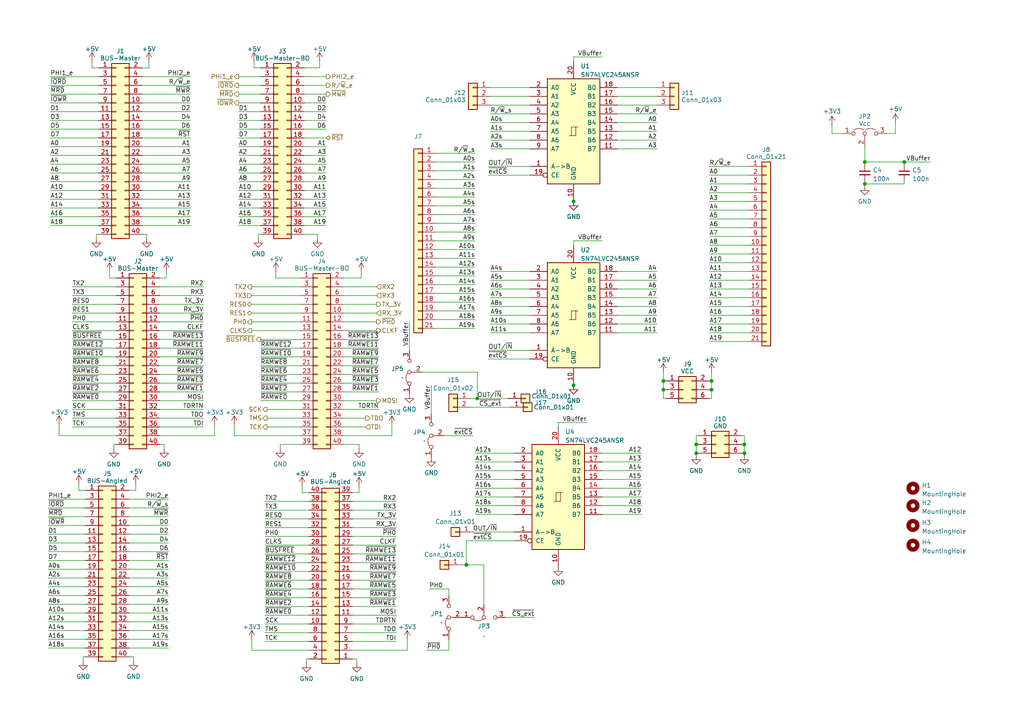
<source format=kicad_sch>
(kicad_sch (version 20230121) (generator eeschema)
  (paper "A4")
  (title_block (title "Unicomp v2 - Splitter Board") (date "2023-07-07") (rev "v1.0") (company "100% Offner") (comment 1 "v1.0: Initial"))
  (junction (at 250.825 53.34))
  (junction (at 206.375 113.03))
  (junction (at 201.93 131.445))
  (junction (at 192.405 113.03))
  (junction (at 206.375 110.49))
  (junction (at 192.405 110.49))
  (junction (at 215.9 128.905))
  (junction (at 201.93 128.905))
  (junction (at 135.255 163.83))
  (junction (at 166.37 111.76))
  (junction (at 138.43 115.57))
  (junction (at 262.255 46.99))
  (junction (at 215.9 131.445))
  (junction (at 166.37 58.42))
  (junction (at 250.825 46.99))
  (wire (pts (xy 88.265 24.765) (xy 94.615 24.765)))
  (wire (pts (xy 41.275 22.225) (xy 55.245 22.225)))
  (wire (pts (xy 76.835 180.975) (xy 89.535 180.975)))
  (wire (pts (xy 126.365 95.25) (xy 137.795 95.25)))
  (wire (pts (xy 142.24 83.82) (xy 153.67 83.82)))
  (wire (pts (xy 33.02 128.905) (xy 33.655 128.905)))
  (wire (pts (xy 14.605 42.545) (xy 28.575 42.545)))
  (wire (pts (xy 130.175 185.42) (xy 130.175 188.595)))
  (wire (pts (xy 186.055 136.525) (xy 174.625 136.525)))
  (wire (pts (xy 137.795 72.39) (xy 126.365 72.39)))
  (wire (pts (xy 69.215 60.325) (xy 75.565 60.325)))
  (wire (pts (xy 13.97 162.56) (xy 24.765 162.56)))
  (wire (pts (xy 137.795 136.525) (xy 149.225 136.525)))
  (wire (pts (xy 201.93 131.445) (xy 201.93 132.08)))
  (wire (pts (xy 76.835 150.495) (xy 89.535 150.495)))
  (wire (pts (xy 190.5 96.52) (xy 179.07 96.52)))
  (wire (pts (xy 118.11 185.42) (xy 118.11 188.595)))
  (wire (pts (xy 190.5 25.4) (xy 179.07 25.4)))
  (wire (pts (xy 46.355 85.725) (xy 59.055 85.725)))
  (wire (pts (xy 138.43 115.57) (xy 136.525 115.57)))
  (wire (pts (xy 13.97 154.94) (xy 24.765 154.94)))
  (wire (pts (xy 46.355 116.205) (xy 59.055 116.205)))
  (wire (pts (xy 48.26 78.74) (xy 48.26 80.645)))
  (wire (pts (xy 137.795 85.09) (xy 126.365 85.09)))
  (wire (pts (xy 140.335 175.26) (xy 140.335 163.83)))
  (wire (pts (xy 124.46 170.815) (xy 130.175 170.815)))
  (wire (pts (xy 92.075 69.215) (xy 92.075 67.945)))
  (wire (pts (xy 20.955 95.885) (xy 33.655 95.885)))
  (wire (pts (xy 76.835 155.575) (xy 89.535 155.575)))
  (wire (pts (xy 205.74 71.12) (xy 217.17 71.12)))
  (wire (pts (xy 102.235 158.115) (xy 114.935 158.115)))
  (wire (pts (xy 69.215 62.865) (xy 75.565 62.865)))
  (wire (pts (xy 102.235 147.955) (xy 114.935 147.955)))
  (wire (pts (xy 46.355 98.425) (xy 59.055 98.425)))
  (wire (pts (xy 37.465 170.18) (xy 48.895 170.18)))
  (wire (pts (xy 102.235 145.415) (xy 114.935 145.415)))
  (wire (pts (xy 137.795 52.07) (xy 126.365 52.07)))
  (wire (pts (xy 20.955 111.125) (xy 33.655 111.125)))
  (wire (pts (xy 37.465 165.1) (xy 48.895 165.1)))
  (wire (pts (xy 75.565 116.205) (xy 86.995 116.205)))
  (wire (pts (xy 37.465 152.4) (xy 48.895 152.4)))
  (wire (pts (xy 99.695 106.045) (xy 109.855 106.045)))
  (wire (pts (xy 142.24 88.9) (xy 153.67 88.9)))
  (wire (pts (xy 215.9 131.445) (xy 215.9 132.08)))
  (wire (pts (xy 262.255 46.99) (xy 269.875 46.99)))
  (wire (pts (xy 190.5 78.74) (xy 179.07 78.74)))
  (wire (pts (xy 14.605 29.845) (xy 28.575 29.845)))
  (wire (pts (xy 137.795 80.01) (xy 126.365 80.01)))
  (wire (pts (xy 192.405 113.03) (xy 192.405 115.57)))
  (wire (pts (xy 104.14 142.875) (xy 102.235 142.875)))
  (wire (pts (xy 102.235 160.655) (xy 114.935 160.655)))
  (wire (pts (xy 26.67 19.685) (xy 28.575 19.685)))
  (wire (pts (xy 37.465 157.48) (xy 48.895 157.48)))
  (wire (pts (xy 41.275 29.845) (xy 55.245 29.845)))
  (wire (pts (xy 27.94 67.945) (xy 28.575 67.945)))
  (wire (pts (xy 14.605 40.005) (xy 28.575 40.005)))
  (wire (pts (xy 215.9 126.365) (xy 215.9 128.905)))
  (wire (pts (xy 137.795 139.065) (xy 149.225 139.065)))
  (wire (pts (xy 205.74 99.06) (xy 217.17 99.06)))
  (wire (pts (xy 122.555 107.95) (xy 138.43 107.95)))
  (wire (pts (xy 39.37 140.335) (xy 39.37 142.24)))
  (wire (pts (xy 205.74 115.57) (xy 206.375 115.57)))
  (wire (pts (xy 14.605 60.325) (xy 28.575 60.325)))
  (wire (pts (xy 46.355 103.505) (xy 59.055 103.505)))
  (wire (pts (xy 205.74 73.66) (xy 217.17 73.66)))
  (wire (pts (xy 125.095 111.76) (xy 125.095 120.015)))
  (wire (pts (xy 76.835 145.415) (xy 89.535 145.415)))
  (wire (pts (xy 99.695 126.365) (xy 113.665 126.365)))
  (wire (pts (xy 174.625 146.685) (xy 186.055 146.685)))
  (wire (pts (xy 137.795 54.61) (xy 126.365 54.61)))
  (wire (pts (xy 102.235 180.975) (xy 114.935 180.975)))
  (wire (pts (xy 81.28 130.175) (xy 81.28 128.905)))
  (wire (pts (xy 69.215 50.165) (xy 75.565 50.165)))
  (wire (pts (xy 88.9 192.405) (xy 88.9 191.135)))
  (wire (pts (xy 13.97 170.18) (xy 24.765 170.18)))
  (wire (pts (xy 205.74 83.82) (xy 217.17 83.82)))
  (wire (pts (xy 259.715 35.56) (xy 259.715 38.735)))
  (wire (pts (xy 92.71 17.78) (xy 92.71 19.685)))
  (wire (pts (xy 205.74 91.44) (xy 217.17 91.44)))
  (wire (pts (xy 76.835 186.055) (xy 89.535 186.055)))
  (wire (pts (xy 20.955 98.425) (xy 33.655 98.425)))
  (wire (pts (xy 42.545 67.945) (xy 41.275 67.945)))
  (wire (pts (xy 76.835 183.515) (xy 89.535 183.515)))
  (wire (pts (xy 41.275 32.385) (xy 55.245 32.385)))
  (wire (pts (xy 41.275 42.545) (xy 55.245 42.545)))
  (wire (pts (xy 99.695 85.725) (xy 109.22 85.725)))
  (wire (pts (xy 102.235 183.515) (xy 114.935 183.515)))
  (wire (pts (xy 37.465 162.56) (xy 48.895 162.56)))
  (wire (pts (xy 88.265 50.165) (xy 94.615 50.165)))
  (wire (pts (xy 142.24 27.94) (xy 153.67 27.94)))
  (wire (pts (xy 13.97 185.42) (xy 24.765 185.42)))
  (wire (pts (xy 137.795 77.47) (xy 126.365 77.47)))
  (wire (pts (xy 20.955 123.825) (xy 33.655 123.825)))
  (wire (pts (xy 41.275 40.005) (xy 55.245 40.005)))
  (wire (pts (xy 205.74 76.2) (xy 217.17 76.2)))
  (wire (pts (xy 76.835 178.435) (xy 89.535 178.435)))
  (wire (pts (xy 102.235 178.435) (xy 114.935 178.435)))
  (wire (pts (xy 192.405 113.03) (xy 193.04 113.03)))
  (wire (pts (xy 76.835 147.955) (xy 89.535 147.955)))
  (wire (pts (xy 190.5 43.18) (xy 179.07 43.18)))
  (wire (pts (xy 13.97 152.4) (xy 24.765 152.4)))
  (wire (pts (xy 13.97 149.86) (xy 24.765 149.86)))
  (wire (pts (xy 31.75 80.645) (xy 33.655 80.645)))
  (wire (pts (xy 75.565 108.585) (xy 86.995 108.585)))
  (wire (pts (xy 215.9 128.905) (xy 215.9 131.445)))
  (wire (pts (xy 41.275 27.305) (xy 55.245 27.305)))
  (wire (pts (xy 37.465 175.26) (xy 48.895 175.26)))
  (wire (pts (xy 205.74 60.96) (xy 217.17 60.96)))
  (wire (pts (xy 137.795 49.53) (xy 126.365 49.53)))
  (wire (pts (xy 99.695 108.585) (xy 109.855 108.585)))
  (wire (pts (xy 205.74 53.34) (xy 217.17 53.34)))
  (wire (pts (xy 123.825 188.595) (xy 130.175 188.595)))
  (wire (pts (xy 192.405 110.49) (xy 192.405 113.03)))
  (wire (pts (xy 192.405 107.95) (xy 192.405 110.49)))
  (wire (pts (xy 102.235 163.195) (xy 114.935 163.195)))
  (wire (pts (xy 46.355 123.825) (xy 59.055 123.825)))
  (wire (pts (xy 88.265 45.085) (xy 94.615 45.085)))
  (wire (pts (xy 76.835 160.655) (xy 89.535 160.655)))
  (wire (pts (xy 205.74 86.36) (xy 217.17 86.36)))
  (wire (pts (xy 174.625 16.51) (xy 166.37 16.51)))
  (wire (pts (xy 186.055 141.605) (xy 174.625 141.605)))
  (wire (pts (xy 88.265 62.865) (xy 94.615 62.865)))
  (wire (pts (xy 206.375 110.49) (xy 205.74 110.49)))
  (wire (pts (xy 77.47 121.285) (xy 86.995 121.285)))
  (wire (pts (xy 46.355 88.265) (xy 59.055 88.265)))
  (wire (pts (xy 104.775 80.645) (xy 99.695 80.645)))
  (wire (pts (xy 133.985 163.83) (xy 135.255 163.83)))
  (wire (pts (xy 14.605 24.765) (xy 28.575 24.765)))
  (wire (pts (xy 46.355 126.365) (xy 62.23 126.365)))
  (wire (pts (xy 205.74 66.04) (xy 217.17 66.04)))
  (wire (pts (xy 20.955 116.205) (xy 33.655 116.205)))
  (wire (pts (xy 87.63 142.875) (xy 89.535 142.875)))
  (wire (pts (xy 137.795 62.23) (xy 126.365 62.23)))
  (wire (pts (xy 102.235 188.595) (xy 118.11 188.595)))
  (wire (pts (xy 88.265 55.245) (xy 94.615 55.245)))
  (wire (pts (xy 102.235 153.035) (xy 114.935 153.035)))
  (wire (pts (xy 41.275 57.785) (xy 55.245 57.785)))
  (wire (pts (xy 76.835 153.035) (xy 89.535 153.035)))
  (wire (pts (xy 37.465 185.42) (xy 48.895 185.42)))
  (wire (pts (xy 75.565 113.665) (xy 86.995 113.665)))
  (wire (pts (xy 102.235 170.815) (xy 114.935 170.815)))
  (wire (pts (xy 69.215 55.245) (xy 75.565 55.245)))
  (wire (pts (xy 205.74 63.5) (xy 217.17 63.5)))
  (wire (pts (xy 102.235 155.575) (xy 114.935 155.575)))
  (wire (pts (xy 137.795 146.685) (xy 149.225 146.685)))
  (wire (pts (xy 14.605 57.785) (xy 28.575 57.785)))
  (wire (pts (xy 76.835 175.895) (xy 89.535 175.895)))
  (wire (pts (xy 13.97 180.34) (xy 24.765 180.34)))
  (wire (pts (xy 137.795 69.85) (xy 126.365 69.85)))
  (wire (pts (xy 73.025 93.345) (xy 86.995 93.345)))
  (wire (pts (xy 201.93 128.905) (xy 201.93 131.445)))
  (wire (pts (xy 190.5 88.9) (xy 179.07 88.9)))
  (wire (pts (xy 190.5 40.64) (xy 179.07 40.64)))
  (wire (pts (xy 215.9 126.365) (xy 215.265 126.365)))
  (wire (pts (xy 206.375 113.03) (xy 206.375 115.57)))
  (wire (pts (xy 20.955 118.745) (xy 33.655 118.745)))
  (wire (pts (xy 73.025 85.725) (xy 86.995 85.725)))
  (wire (pts (xy 69.215 47.625) (xy 75.565 47.625)))
  (wire (pts (xy 99.695 88.265) (xy 109.22 88.265)))
  (wire (pts (xy 46.355 83.185) (xy 59.055 83.185)))
  (wire (pts (xy 41.275 24.765) (xy 55.245 24.765)))
  (wire (pts (xy 193.04 115.57) (xy 192.405 115.57)))
  (wire (pts (xy 20.955 121.285) (xy 33.655 121.285)))
  (wire (pts (xy 46.355 90.805) (xy 59.055 90.805)))
  (wire (pts (xy 99.695 113.665) (xy 109.855 113.665)))
  (wire (pts (xy 75.565 100.965) (xy 86.995 100.965)))
  (wire (pts (xy 69.215 29.845) (xy 75.565 29.845)))
  (wire (pts (xy 190.5 86.36) (xy 179.07 86.36)))
  (wire (pts (xy 38.735 190.5) (xy 37.465 190.5)))
  (wire (pts (xy 99.695 90.805) (xy 109.22 90.805)))
  (wire (pts (xy 27.94 69.215) (xy 27.94 67.945)))
  (wire (pts (xy 14.605 27.305) (xy 28.575 27.305)))
  (wire (pts (xy 147.32 115.57) (xy 138.43 115.57)))
  (wire (pts (xy 135.255 156.845) (xy 149.225 156.845)))
  (wire (pts (xy 205.74 50.8) (xy 217.17 50.8)))
  (wire (pts (xy 135.255 163.83) (xy 135.255 156.845)))
  (wire (pts (xy 244.475 38.735) (xy 241.3 38.735)))
  (wire (pts (xy 26.67 17.78) (xy 26.67 19.685)))
  (wire (pts (xy 73.025 188.595) (xy 89.535 188.595)))
  (wire (pts (xy 37.465 167.64) (xy 48.895 167.64)))
  (wire (pts (xy 141.605 50.8) (xy 153.67 50.8)))
  (wire (pts (xy 88.265 42.545) (xy 94.615 42.545)))
  (wire (pts (xy 202.565 131.445) (xy 201.93 131.445)))
  (wire (pts (xy 41.275 47.625) (xy 55.245 47.625)))
  (wire (pts (xy 24.13 190.5) (xy 24.765 190.5)))
  (wire (pts (xy 118.745 93.345) (xy 118.745 101.6)))
  (wire (pts (xy 206.375 113.03) (xy 205.74 113.03)))
  (wire (pts (xy 73.025 185.42) (xy 73.025 188.595)))
  (wire (pts (xy 201.93 126.365) (xy 202.565 126.365)))
  (wire (pts (xy 76.835 170.815) (xy 89.535 170.815)))
  (wire (pts (xy 142.24 96.52) (xy 153.67 96.52)))
  (wire (pts (xy 88.265 22.225) (xy 94.615 22.225)))
  (wire (pts (xy 13.97 182.88) (xy 24.765 182.88)))
  (wire (pts (xy 76.835 158.115) (xy 89.535 158.115)))
  (wire (pts (xy 140.335 163.83) (xy 135.255 163.83)))
  (wire (pts (xy 205.74 78.74) (xy 217.17 78.74)))
  (wire (pts (xy 41.275 60.325) (xy 55.245 60.325)))
  (wire (pts (xy 102.235 173.355) (xy 114.935 173.355)))
  (wire (pts (xy 102.235 150.495) (xy 114.935 150.495)))
  (wire (pts (xy 88.265 65.405) (xy 94.615 65.405)))
  (wire (pts (xy 46.355 100.965) (xy 59.055 100.965)))
  (wire (pts (xy 88.265 57.785) (xy 94.615 57.785)))
  (wire (pts (xy 38.735 191.77) (xy 38.735 190.5)))
  (wire (pts (xy 99.695 93.345) (xy 109.22 93.345)))
  (wire (pts (xy 190.5 38.1) (xy 179.07 38.1)))
  (wire (pts (xy 69.215 57.785) (xy 75.565 57.785)))
  (wire (pts (xy 99.695 123.825) (xy 106.045 123.825)))
  (wire (pts (xy 190.5 33.02) (xy 179.07 33.02)))
  (wire (pts (xy 75.565 106.045) (xy 86.995 106.045)))
  (wire (pts (xy 69.215 37.465) (xy 75.565 37.465)))
  (wire (pts (xy 14.605 65.405) (xy 28.575 65.405)))
  (wire (pts (xy 24.13 191.77) (xy 24.13 190.5)))
  (wire (pts (xy 37.465 187.96) (xy 48.895 187.96)))
  (wire (pts (xy 88.265 60.325) (xy 94.615 60.325)))
  (wire (pts (xy 190.5 91.44) (xy 179.07 91.44)))
  (wire (pts (xy 250.825 46.99) (xy 250.825 47.625)))
  (wire (pts (xy 46.355 108.585) (xy 59.055 108.585)))
  (wire (pts (xy 170.18 122.555) (xy 161.925 122.555)))
  (wire (pts (xy 126.365 90.17) (xy 137.795 90.17)))
  (wire (pts (xy 14.605 62.865) (xy 28.575 62.865)))
  (wire (pts (xy 142.24 81.28) (xy 153.67 81.28)))
  (wire (pts (xy 136.525 118.11) (xy 147.955 118.11)))
  (wire (pts (xy 46.355 113.665) (xy 59.055 113.665)))
  (wire (pts (xy 67.945 126.365) (xy 86.995 126.365)))
  (wire (pts (xy 137.795 67.31) (xy 126.365 67.31)))
  (wire (pts (xy 46.355 95.885) (xy 59.055 95.885)))
  (wire (pts (xy 37.465 147.32) (xy 48.895 147.32)))
  (wire (pts (xy 20.955 103.505) (xy 33.655 103.505)))
  (wire (pts (xy 41.275 34.925) (xy 55.245 34.925)))
  (wire (pts (xy 142.24 40.64) (xy 153.67 40.64)))
  (wire (pts (xy 20.955 90.805) (xy 33.655 90.805)))
  (wire (pts (xy 73.66 17.78) (xy 73.66 19.685)))
  (wire (pts (xy 14.605 52.705) (xy 28.575 52.705)))
  (wire (pts (xy 13.97 167.64) (xy 24.765 167.64)))
  (wire (pts (xy 99.695 103.505) (xy 109.855 103.505)))
  (wire (pts (xy 74.93 67.945) (xy 75.565 67.945)))
  (wire (pts (xy 250.825 42.545) (xy 250.825 46.99)))
  (wire (pts (xy 46.355 93.345) (xy 59.055 93.345)))
  (wire (pts (xy 43.18 19.685) (xy 41.275 19.685)))
  (wire (pts (xy 77.47 123.825) (xy 86.995 123.825)))
  (wire (pts (xy 37.465 180.34) (xy 48.895 180.34)))
  (wire (pts (xy 69.215 45.085) (xy 75.565 45.085)))
  (wire (pts (xy 104.14 140.97) (xy 104.14 142.875)))
  (wire (pts (xy 137.795 131.445) (xy 149.225 131.445)))
  (wire (pts (xy 205.74 48.26) (xy 217.17 48.26)))
  (wire (pts (xy 42.545 69.215) (xy 42.545 67.945)))
  (wire (pts (xy 88.265 40.005) (xy 94.615 40.005)))
  (wire (pts (xy 81.28 128.905) (xy 86.995 128.905)))
  (wire (pts (xy 190.5 93.98) (xy 179.07 93.98)))
  (wire (pts (xy 99.695 98.425) (xy 109.855 98.425)))
  (wire (pts (xy 102.235 165.735) (xy 114.935 165.735)))
  (wire (pts (xy 47.625 130.175) (xy 47.625 128.905)))
  (wire (pts (xy 73.025 90.805) (xy 86.995 90.805)))
  (wire (pts (xy 128.905 126.365) (xy 137.16 126.365)))
  (wire (pts (xy 76.835 173.355) (xy 89.535 173.355)))
  (wire (pts (xy 241.3 36.195) (xy 241.3 38.735)))
  (wire (pts (xy 39.37 142.24) (xy 37.465 142.24)))
  (wire (pts (xy 166.37 69.85) (xy 166.37 71.12)))
  (wire (pts (xy 99.695 111.125) (xy 109.855 111.125)))
  (wire (pts (xy 250.825 46.99) (xy 262.255 46.99)))
  (wire (pts (xy 69.215 22.225) (xy 75.565 22.225)))
  (wire (pts (xy 14.605 45.085) (xy 28.575 45.085)))
  (wire (pts (xy 206.375 107.95) (xy 206.375 110.49)))
  (wire (pts (xy 13.97 177.8) (xy 24.765 177.8)))
  (wire (pts (xy 92.71 19.685) (xy 88.265 19.685)))
  (wire (pts (xy 262.255 53.34) (xy 262.255 52.705)))
  (wire (pts (xy 37.465 182.88) (xy 48.895 182.88)))
  (wire (pts (xy 137.795 74.93) (xy 126.365 74.93)))
  (wire (pts (xy 13.97 187.96) (xy 24.765 187.96)))
  (wire (pts (xy 22.86 140.335) (xy 22.86 142.24)))
  (wire (pts (xy 137.795 144.145) (xy 149.225 144.145)))
  (wire (pts (xy 137.795 133.985) (xy 149.225 133.985)))
  (wire (pts (xy 37.465 160.02) (xy 48.895 160.02)))
  (wire (pts (xy 88.265 37.465) (xy 94.615 37.465)))
  (wire (pts (xy 137.795 149.225) (xy 149.225 149.225)))
  (wire (pts (xy 137.795 141.605) (xy 149.225 141.605)))
  (wire (pts (xy 14.605 50.165) (xy 28.575 50.165)))
  (wire (pts (xy 13.97 160.02) (xy 24.765 160.02)))
  (wire (pts (xy 13.97 175.26) (xy 24.765 175.26)))
  (wire (pts (xy 99.695 116.205) (xy 109.22 116.205)))
  (wire (pts (xy 262.255 46.99) (xy 262.255 47.625)))
  (wire (pts (xy 14.605 34.925) (xy 28.575 34.925)))
  (wire (pts (xy 141.605 104.14) (xy 153.67 104.14)))
  (wire (pts (xy 92.075 67.945) (xy 88.265 67.945)))
  (wire (pts (xy 205.74 93.98) (xy 217.17 93.98)))
  (wire (pts (xy 205.74 58.42) (xy 217.17 58.42)))
  (wire (pts (xy 20.955 88.265) (xy 33.655 88.265)))
  (wire (pts (xy 142.24 86.36) (xy 153.67 86.36)))
  (wire (pts (xy 137.795 82.55) (xy 126.365 82.55)))
  (wire (pts (xy 76.835 168.275) (xy 89.535 168.275)))
  (wire (pts (xy 146.685 179.07) (xy 154.94 179.07)))
  (wire (pts (xy 46.355 118.745) (xy 59.055 118.745)))
  (wire (pts (xy 20.955 85.725) (xy 33.655 85.725)))
  (wire (pts (xy 88.265 47.625) (xy 94.615 47.625)))
  (wire (pts (xy 14.605 37.465) (xy 28.575 37.465)))
  (wire (pts (xy 137.795 64.77) (xy 126.365 64.77)))
  (wire (pts (xy 73.025 88.265) (xy 86.995 88.265)))
  (wire (pts (xy 142.24 93.98) (xy 153.67 93.98)))
  (wire (pts (xy 142.24 30.48) (xy 153.67 30.48)))
  (wire (pts (xy 186.055 133.985) (xy 174.625 133.985)))
  (wire (pts (xy 17.145 126.365) (xy 33.655 126.365)))
  (wire (pts (xy 41.275 52.705) (xy 55.245 52.705)))
  (wire (pts (xy 201.93 126.365) (xy 201.93 128.905)))
  (wire (pts (xy 215.265 131.445) (xy 215.9 131.445)))
  (wire (pts (xy 259.715 38.735) (xy 257.175 38.735)))
  (wire (pts (xy 20.955 83.185) (xy 33.655 83.185)))
  (wire (pts (xy 102.235 175.895) (xy 114.935 175.895)))
  (wire (pts (xy 41.275 50.165) (xy 55.245 50.165)))
  (wire (pts (xy 47.625 128.905) (xy 46.355 128.905)))
  (wire (pts (xy 104.775 78.74) (xy 104.775 80.645)))
  (wire (pts (xy 205.74 88.9) (xy 217.17 88.9)))
  (wire (pts (xy 174.625 69.85) (xy 166.37 69.85)))
  (wire (pts (xy 14.605 32.385) (xy 28.575 32.385)))
  (wire (pts (xy 137.795 46.99) (xy 126.365 46.99)))
  (wire (pts (xy 166.37 16.51) (xy 166.37 17.78)))
  (wire (pts (xy 190.5 81.28) (xy 179.07 81.28)))
  (wire (pts (xy 14.605 55.245) (xy 28.575 55.245)))
  (wire (pts (xy 102.235 186.055) (xy 114.935 186.055)))
  (wire (pts (xy 99.695 100.965) (xy 109.855 100.965)))
  (wire (pts (xy 206.375 110.49) (xy 206.375 113.03)))
  (wire (pts (xy 46.355 106.045) (xy 59.055 106.045)))
  (wire (pts (xy 17.145 123.19) (xy 17.145 126.365)))
  (wire (pts (xy 69.215 27.305) (xy 75.565 27.305)))
  (wire (pts (xy 205.74 55.88) (xy 217.17 55.88)))
  (wire (pts (xy 14.605 22.225) (xy 28.575 22.225)))
  (wire (pts (xy 186.055 139.065) (xy 174.625 139.065)))
  (wire (pts (xy 215.9 128.905) (xy 215.265 128.905)))
  (wire (pts (xy 69.215 52.705) (xy 75.565 52.705)))
  (wire (pts (xy 74.93 69.215) (xy 74.93 67.945)))
  (wire (pts (xy 205.74 81.28) (xy 217.17 81.28)))
  (wire (pts (xy 142.24 25.4) (xy 153.67 25.4)))
  (wire (pts (xy 37.465 177.8) (xy 48.895 177.8)))
  (wire (pts (xy 67.945 123.19) (xy 67.945 126.365)))
  (wire (pts (xy 37.465 172.72) (xy 48.895 172.72)))
  (wire (pts (xy 22.86 142.24) (xy 24.765 142.24)))
  (wire (pts (xy 142.24 91.44) (xy 153.67 91.44)))
  (wire (pts (xy 62.23 123.19) (xy 62.23 126.365)))
  (wire (pts (xy 113.665 123.19) (xy 113.665 126.365)))
  (wire (pts (xy 192.405 110.49) (xy 193.04 110.49)))
  (wire (pts (xy 190.5 27.94) (xy 179.07 27.94)))
  (wire (pts (xy 174.625 149.225) (xy 186.055 149.225)))
  (wire (pts (xy 76.835 165.735) (xy 89.535 165.735)))
  (wire (pts (xy 88.265 52.705) (xy 94.615 52.705)))
  (wire (pts (xy 20.955 93.345) (xy 33.655 93.345)))
  (wire (pts (xy 88.265 27.305) (xy 94.615 27.305)))
  (wire (pts (xy 73.025 95.885) (xy 86.995 95.885)))
  (wire (pts (xy 138.43 107.95) (xy 138.43 115.57)))
  (wire (pts (xy 20.955 100.965) (xy 33.655 100.965)))
  (wire (pts (xy 104.14 130.175) (xy 104.14 128.905)))
  (wire (pts (xy 46.355 111.125) (xy 59.055 111.125)))
  (wire (pts (xy 250.825 53.34) (xy 262.255 53.34)))
  (wire (pts (xy 99.695 118.745) (xy 109.855 118.745)))
  (wire (pts (xy 190.5 30.48) (xy 179.07 30.48)))
  (wire (pts (xy 190.5 35.56) (xy 179.07 35.56)))
  (wire (pts (xy 137.795 57.15) (xy 126.365 57.15)))
  (wire (pts (xy 75.565 111.125) (xy 86.995 111.125)))
  (wire (pts (xy 80.01 80.645) (xy 86.995 80.645)))
  (wire (pts (xy 141.605 101.6) (xy 153.67 101.6)))
  (wire (pts (xy 142.24 33.02) (xy 153.67 33.02)))
  (wire (pts (xy 142.24 78.74) (xy 153.67 78.74)))
  (wire (pts (xy 46.355 121.285) (xy 59.055 121.285)))
  (wire (pts (xy 69.215 65.405) (xy 75.565 65.405)))
  (wire (pts (xy 37.465 149.86) (xy 48.895 149.86)))
  (wire (pts (xy 73.025 83.185) (xy 86.995 83.185)))
  (wire (pts (xy 37.465 144.78) (xy 48.895 144.78)))
  (wire (pts (xy 137.16 154.305) (xy 149.225 154.305)))
  (wire (pts (xy 190.5 83.82) (xy 179.07 83.82)))
  (wire (pts (xy 103.505 191.135) (xy 102.235 191.135)))
  (wire (pts (xy 126.365 44.45) (xy 137.795 44.45)))
  (wire (pts (xy 48.26 80.645) (xy 46.355 80.645)))
  (wire (pts (xy 76.835 163.195) (xy 89.535 163.195)))
  (wire (pts (xy 77.47 118.745) (xy 86.995 118.745)))
  (wire (pts (xy 141.605 48.26) (xy 153.67 48.26)))
  (wire (pts (xy 142.24 43.18) (xy 153.67 43.18)))
  (wire (pts (xy 31.75 78.74) (xy 31.75 80.645)))
  (wire (pts (xy 126.365 92.71) (xy 137.795 92.71)))
  (wire (pts (xy 205.74 96.52) (xy 217.17 96.52)))
  (wire (pts (xy 13.97 157.48) (xy 24.765 157.48)))
  (wire (pts (xy 88.265 32.385) (xy 94.615 32.385)))
  (wire (pts (xy 41.275 62.865) (xy 55.245 62.865)))
  (wire (pts (xy 43.18 17.78) (xy 43.18 19.685)))
  (wire (pts (xy 99.695 83.185) (xy 109.22 83.185)))
  (wire (pts (xy 69.215 40.005) (xy 75.565 40.005)))
  (wire (pts (xy 13.97 172.72) (xy 24.765 172.72)))
  (wire (pts (xy 14.605 47.625) (xy 28.575 47.625)))
  (wire (pts (xy 137.795 59.69) (xy 126.365 59.69)))
  (wire (pts (xy 88.265 34.925) (xy 94.615 34.925)))
  (wire (pts (xy 142.24 38.1) (xy 153.67 38.1)))
  (wire (pts (xy 75.565 103.505) (xy 86.995 103.505)))
  (wire (pts (xy 126.365 87.63) (xy 137.795 87.63)))
  (wire (pts (xy 250.825 53.975) (xy 250.825 53.34)))
  (wire (pts (xy 250.825 53.34) (xy 250.825 52.705)))
  (wire (pts (xy 41.275 65.405) (xy 55.245 65.405)))
  (wire (pts (xy 88.265 29.845) (xy 94.615 29.845)))
  (wire (pts (xy 99.695 121.285) (xy 106.045 121.285)))
  (wire (pts (xy 205.74 68.58) (xy 217.17 68.58)))
  (wire (pts (xy 130.175 172.72) (xy 130.175 170.815)))
  (wire (pts (xy 69.215 34.925) (xy 75.565 34.925)))
  (wire (pts (xy 186.055 131.445) (xy 174.625 131.445)))
  (wire (pts (xy 33.02 130.175) (xy 33.02 128.905)))
  (wire (pts (xy 13.97 147.32) (xy 24.765 147.32)))
  (wire (pts (xy 41.275 45.085) (xy 55.245 45.085)))
  (wire (pts (xy 41.275 37.465) (xy 55.245 37.465)))
  (wire (pts (xy 75.565 98.425) (xy 86.995 98.425)))
  (wire (pts (xy 201.93 128.905) (xy 202.565 128.905)))
  (wire (pts (xy 13.97 144.78) (xy 24.765 144.78)))
  (wire (pts (xy 20.955 113.665) (xy 33.655 113.665)))
  (wire (pts (xy 80.01 78.74) (xy 80.01 80.645)))
  (wire (pts (xy 103.505 192.405) (xy 103.505 191.135)))
  (wire (pts (xy 88.9 191.135) (xy 89.535 191.135)))
  (wire (pts (xy 20.955 106.045) (xy 33.655 106.045)))
  (wire (pts (xy 104.14 128.905) (xy 99.695 128.905)))
  (wire (pts (xy 37.465 154.94) (xy 48.895 154.94)))
  (wire (pts (xy 161.925 122.555) (xy 161.925 123.825)))
  (wire (pts (xy 102.235 168.275) (xy 114.935 168.275)))
  (wire (pts (xy 174.625 144.145) (xy 186.055 144.145)))
  (wire (pts (xy 142.24 35.56) (xy 153.67 35.56)))
  (wire (pts (xy 99.695 95.885) (xy 109.22 95.885)))
  (wire (pts (xy 13.97 165.1) (xy 24.765 165.1)))
  (wire (pts (xy 20.955 108.585) (xy 33.655 108.585)))
  (wire (pts (xy 69.215 42.545) (xy 75.565 42.545)))
  (wire (pts (xy 73.66 19.685) (xy 75.565 19.685)))
  (wire (pts (xy 41.275 55.245) (xy 55.245 55.245)))
  (wire (pts (xy 69.215 32.385) (xy 75.565 32.385)))
  (wire (pts (xy 69.215 24.765) (xy 75.565 24.765)))
  (wire (pts (xy 87.63 140.97) (xy 87.63 142.875)))
  (label "D4" (at 94.615 34.925 180))
  (label "~{extCS}" (at 137.16 126.365 180))
  (label "OUT{slash}~{IN}" (at 141.605 48.26 0))
  (label "~{CS_ext}" (at 145.415 118.11 180))
  (label "A5" (at 190.5 81.28 180))
  (label "~{extCS}" (at 141.605 50.8 0))
  (label "CLKS" (at 20.955 95.885 0))
  (label "PH0" (at 124.46 170.815 0))
  (label "A0" (at 205.74 50.8 0))
  (label "D2" (at 94.615 32.385 180))
  (label "A1" (at 190.5 38.1 180))
  (label "A4s" (at 137.795 57.15 180))
  (label "A9s" (at 137.795 69.85 180))
  (label "TDO" (at 114.935 183.515 180))
  (label "D0" (at 94.615 29.845 180))
  (label "D3" (at 69.215 34.925 0))
  (label "A6s" (at 137.795 62.23 180))
  (label "A12s" (at 137.795 77.47 180))
  (label "A16" (at 69.215 62.865 0))
  (label "~{RAMWE5}" (at 59.055 108.585 180))
  (label "A10" (at 69.215 55.245 0))
  (label "A16" (at 14.605 62.865 0))
  (label "R{slash}~{W}_s" (at 137.795 44.45 180))
  (label "~{RAMWE8}" (at 20.955 106.045 0))
  (label "A9s" (at 142.24 91.44 0))
  (label "A14" (at 205.74 86.36 0))
  (label "~{CS_ext}" (at 154.94 179.07 180))
  (label "R{slash}~{W}_s" (at 48.895 147.32 180))
  (label "A12s" (at 13.97 180.34 0))
  (label "A0" (at 14.605 42.545 0))
  (label "TX3" (at 76.835 147.955 0))
  (label "A5s" (at 137.795 59.69 180))
  (label "A2s" (at 137.795 52.07 180))
  (label "A16s" (at 13.97 185.42 0))
  (label "~{RAMWE12}" (at 20.955 100.965 0))
  (label "A0s" (at 13.97 165.1 0))
  (label "R{slash}~{W}_e" (at 55.245 24.765 180))
  (label "TX_3V" (at 114.935 150.495 180))
  (label "A2s" (at 142.24 40.64 0))
  (label "A8s" (at 13.97 175.26 0))
  (label "A10s" (at 137.795 72.39 180))
  (label "~{RAMWE3}" (at 109.855 111.125 180))
  (label "D1" (at 69.215 32.385 0))
  (label "A16s" (at 137.795 87.63 180))
  (label "D5" (at 69.215 37.465 0))
  (label "A8" (at 190.5 88.9 180))
  (label "~{RAMWE8}" (at 75.565 106.045 0))
  (label "~{PH0}" (at 123.825 188.595 0))
  (label "~{RAMWE13}" (at 114.935 160.655 180))
  (label "A16" (at 186.055 141.605 180))
  (label "~{RAMWE7}" (at 114.935 168.275 180))
  (label "R{slash}~{W}_e" (at 205.74 48.26 0))
  (label "~{RAMWE9}" (at 114.935 165.735 180))
  (label "TCK" (at 20.955 123.825 0))
  (label "A6s" (at 142.24 83.82 0))
  (label "D3" (at 14.605 34.925 0))
  (label "A8s" (at 142.24 88.9 0))
  (label "PH0" (at 76.835 155.575 0))
  (label "D4" (at 48.895 157.48 180))
  (label "~{RAMWE11}" (at 114.935 163.195 180))
  (label "~{RAMWE11}" (at 109.855 100.965 180))
  (label "~{extCS}" (at 137.16 156.845 0))
  (label "A1s" (at 48.895 165.1 180))
  (label "A18s" (at 13.97 187.96 0))
  (label "CLKS" (at 76.835 158.115 0))
  (label "OUT{slash}~{IN}" (at 141.605 101.6 0))
  (label "A10" (at 205.74 76.2 0))
  (label "~{RAMWE10}" (at 20.955 103.505 0))
  (label "A3s" (at 142.24 43.18 0))
  (label "~{RAMWE3}" (at 114.935 173.355 180))
  (label "A8s" (at 137.795 67.31 180))
  (label "A7" (at 94.615 50.165 180))
  (label "A14s" (at 137.795 136.525 0))
  (label "A12" (at 186.055 131.445 180))
  (label "A11" (at 205.74 78.74 0))
  (label "~{MWR}" (at 48.895 149.86 180))
  (label "OUT{slash}~{IN}" (at 138.43 115.57 0))
  (label "A17" (at 186.055 144.145 180))
  (label "~{RAMWE7}" (at 109.855 106.045 180))
  (label "A3" (at 205.74 58.42 0))
  (label "TDRTN" (at 59.055 118.745 180))
  (label "A9s" (at 48.895 175.26 180))
  (label "RX3" (at 59.055 85.725 180))
  (label "~{RST}" (at 55.245 40.005 180))
  (label "A13s" (at 137.795 133.985 0))
  (label "A14" (at 69.215 60.325 0))
  (label "PHI1_e" (at 13.97 144.78 0))
  (label "D3" (at 13.97 157.48 0))
  (label "~{RAMWE4}" (at 76.835 173.355 0))
  (label "~{RAMWE9}" (at 109.855 103.505 180))
  (label "SCK" (at 20.955 118.745 0))
  (label "A18" (at 14.605 65.405 0))
  (label "A6" (at 205.74 66.04 0))
  (label "A4" (at 190.5 78.74 180))
  (label "A18s" (at 137.795 92.71 180))
  (label "TX3" (at 20.955 85.725 0))
  (label "~{MWR}" (at 55.245 27.305 180))
  (label "TDI" (at 59.055 123.825 180))
  (label "A17" (at 205.74 93.98 0))
  (label "A5s" (at 48.895 170.18 180))
  (label "~{BUSFREE}" (at 76.835 160.655 0))
  (label "A17" (at 55.245 62.865 180))
  (label "D7" (at 14.605 40.005 0))
  (label "A19s" (at 48.895 187.96 180))
  (label "~{IORD}" (at 13.97 147.32 0))
  (label "A14" (at 186.055 136.525 180))
  (label "A3" (at 94.615 45.085 180))
  (label "~{extCS}" (at 141.605 104.14 0))
  (label "A18" (at 205.74 96.52 0))
  (label "~{RAMWE9}" (at 59.055 103.505 180))
  (label "~{IORD}" (at 14.605 24.765 0))
  (label "A1" (at 55.245 42.545 180))
  (label "RES1" (at 20.955 90.805 0))
  (label "A11s" (at 137.795 74.93 180))
  (label "A14s" (at 13.97 182.88 0))
  (label "A5" (at 205.74 63.5 0))
  (label "TMS" (at 20.955 121.285 0))
  (label "RES0" (at 20.955 88.265 0))
  (label "A13" (at 186.055 133.985 180))
  (label "A10" (at 14.605 55.245 0))
  (label "~{RAMWE5}" (at 114.935 170.815 180))
  (label "A3s" (at 137.795 54.61 180))
  (label "D1" (at 14.605 32.385 0))
  (label "~{RAMWE4}" (at 20.955 111.125 0))
  (label "D6" (at 48.895 160.02 180))
  (label "RX2" (at 59.055 83.185 180))
  (label "~{RAMWE11}" (at 59.055 100.965 180))
  (label "A9" (at 205.74 73.66 0))
  (label "~{IOWR}" (at 14.605 29.845 0))
  (label "~{MRD}" (at 14.605 27.305 0))
  (label "VBuffer" (at 118.745 93.345 270))
  (label "A3s" (at 48.895 167.64 180))
  (label "A16" (at 205.74 91.44 0))
  (label "TDRTN" (at 114.935 180.975 180))
  (label "~{RST}" (at 48.895 162.56 180))
  (label "A13" (at 55.245 57.785 180))
  (label "A5" (at 94.615 47.625 180))
  (label "A15s" (at 137.795 85.09 180))
  (label "A15" (at 186.055 139.065 180))
  (label "A9" (at 55.245 52.705 180))
  (label "TX_3V" (at 59.055 88.265 180))
  (label "A0s" (at 142.24 35.56 0))
  (label "A1" (at 94.615 42.545 180))
  (label "A5s" (at 142.24 81.28 0))
  (label "VBuffer" (at 269.875 46.99 180))
  (label "A1s" (at 137.795 49.53 180))
  (label "RX_3V" (at 114.935 153.035 180))
  (label "A2" (at 190.5 40.64 180))
  (label "A12" (at 14.605 57.785 0))
  (label "~{RAMWE6}" (at 75.565 108.585 0))
  (label "A4s" (at 13.97 170.18 0))
  (label "A15s" (at 137.795 139.065 0))
  (label "A2" (at 69.215 45.085 0))
  (label "A17s" (at 48.895 185.42 180))
  (label "RX3" (at 114.935 147.955 180))
  (label "TX2" (at 76.835 145.415 0))
  (label "RX2" (at 114.935 145.415 180))
  (label "TCK" (at 76.835 186.055 0))
  (label "A4s" (at 142.24 78.74 0))
  (label "D0" (at 55.245 29.845 180))
  (label "~{RAMWE7}" (at 59.055 106.045 180))
  (label "A1" (at 205.74 53.34 0))
  (label "A6" (at 14.605 50.165 0))
  (label "CLKF" (at 114.935 158.115 180))
  (label "PH0" (at 20.955 93.345 0))
  (label "A8" (at 14.605 52.705 0))
  (label "A6" (at 190.5 83.82 180))
  (label "A2" (at 14.605 45.085 0))
  (label "A17" (at 94.615 62.865 180))
  (label "PHI1_e" (at 14.605 22.225 0))
  (label "D7" (at 69.215 40.005 0))
  (label "D4" (at 55.245 34.925 180))
  (label "~{RAMWE2}" (at 75.565 113.665 0))
  (label "A7s" (at 142.24 86.36 0))
  (label "~{RAMWE0}" (at 76.835 178.435 0))
  (label "A6s" (at 13.97 172.72 0))
  (label "RES0" (at 76.835 150.495 0))
  (label "~{IOWR}" (at 13.97 152.4 0))
  (label "A15s" (at 48.895 182.88 180))
  (label "A19s" (at 137.795 95.25 180))
  (label "A7s" (at 137.795 64.77 180))
  (label "A4" (at 14.605 47.625 0))
  (label "A7" (at 55.245 50.165 180))
  (label "A15" (at 205.74 88.9 0))
  (label "D1" (at 13.97 154.94 0))
  (label "~{RAMWE2}" (at 20.955 113.665 0))
  (label "~{RAMWE3}" (at 59.055 111.125 180))
  (label "CLKF" (at 59.055 95.885 180))
  (label "A15" (at 94.615 60.325 180))
  (label "TDRTN" (at 109.855 118.745 180))
  (label "A13s" (at 48.895 180.34 180))
  (label "A14s" (at 137.795 82.55 180))
  (label "~{RAMWE12}" (at 75.565 100.965 0))
  (label "TX2" (at 20.955 83.185 0))
  (label "VBuffer" (at 170.18 122.555 180))
  (label "A19" (at 94.615 65.405 180))
  (label "D0" (at 48.895 152.4 180))
  (label "VBuffer" (at 174.625 69.85 180))
  (label "A17s" (at 137.795 90.17 180))
  (label "A18" (at 186.055 146.685 180))
  (label "A12" (at 69.215 57.785 0))
  (label "A11" (at 94.615 55.245 180))
  (label "A13s" (at 137.795 80.01 180))
  (label "RES1" (at 76.835 153.035 0))
  (label "A0s" (at 137.795 46.99 180))
  (label "A18s" (at 137.795 146.685 0))
  (label "A11" (at 55.245 55.245 180))
  (label "A14" (at 14.605 60.325 0))
  (label "D7" (at 13.97 162.56 0))
  (label "SCK" (at 76.835 180.975 0))
  (label "~{RAMWE5}" (at 109.855 108.585 180))
  (label "A8" (at 69.215 52.705 0))
  (label "A19" (at 205.74 99.06 0))
  (label "~{BUSFREE}" (at 20.955 98.425 0))
  (label "A18" (at 69.215 65.405 0))
  (label "A19s" (at 137.795 149.225 0))
  (label "~{RAMWE1}" (at 109.855 113.665 180))
  (label "A0" (at 69.215 42.545 0))
  (label "A4" (at 69.215 47.625 0))
  (label "A7" (at 205.74 68.58 0))
  (label "D5" (at 14.605 37.465 0))
  (label "OUT{slash}~{IN}" (at 137.16 154.305 0))
  (label "~{RAMWE4}" (at 75.565 111.125 0))
  (label "~{PH0}" (at 59.055 93.345 180))
  (label "A11s" (at 142.24 96.52 0))
  (label "~{RAMWE6}" (at 76.835 170.815 0))
  (label "A12" (at 205.74 81.28 0))
  (label "~{RAMWE0}" (at 20.955 116.205 0))
  (label "A0" (at 190.5 35.56 180))
  (label "~{RAMWE1}" (at 59.055 113.665 180))
  (label "~{RAMWE1}" (at 114.935 175.895 180))
  (label "A16s" (at 137.795 141.605 0))
  (label "~{PH0}" (at 114.935 155.575 180))
  (label "VBuffer" (at 174.625 16.51 180))
  (label "A3" (at 55.245 45.085 180))
  (label "~{RAMWE10}" (at 75.565 103.505 0))
  (label "~{RAMWE13}" (at 109.855 98.425 180))
  (label "R{slash}~{W}_s" (at 142.24 33.02 0))
  (label "A12s" (at 137.795 131.445 0))
  (label "A2" (at 205.74 55.88 0))
  (label "~{RAMWE6}" (at 20.955 108.585 0))
  (label "TMS" (at 76.835 183.515 0))
  (label "R{slash}~{W}_e" (at 190.5 33.02 180))
  (label "A8" (at 205.74 71.12 0))
  (label "A10" (at 190.5 93.98 180))
  (label "MOSI" (at 114.935 178.435 180))
  (label "~{RAMWE13}" (at 59.055 98.425 180))
  (label "~{RAMWE0}" (at 75.565 116.205 0))
  (label "A6" (at 69.215 50.165 0))
  (label "A19" (at 186.055 149.225 180))
  (label "TDO" (at 59.055 121.285 180))
  (label "MOSI" (at 59.055 116.205 180))
  (label "~{RAMWE10}" (at 76.835 165.735 0))
  (label "PHI2_e" (at 55.245 22.225 180))
  (label "A5" (at 55.245 47.625 180))
  (label "A11s" (at 48.895 177.8 180))
  (label "A9" (at 190.5 91.44 180))
  (label "D2" (at 48.895 154.94 180))
  (label "A15" (at 55.245 60.325 180))
  (label "A10s" (at 142.24 93.98 0))
  (label "A19" (at 55.245 65.405 180))
  (label "D6" (at 55.245 37.465 180))
  (label "A9" (at 94.615 52.705 180))
  (label "~{RAMWE2}" (at 76.835 175.895 0))
  (label "A13" (at 94.615 57.785 180))
  (label "~{RAMWE12}" (at 76.835 163.195 0))
  (label "TDI" (at 114.935 186.055 180))
  (label "A1s" (at 142.24 38.1 0))
  (label "~{MRD}" (at 13.97 149.86 0))
  (label "A13" (at 205.74 83.82 0))
  (label "D6" (at 94.615 37.465 180))
  (label "VBuffer" (at 125.095 111.76 270))
  (label "RX_3V" (at 59.055 90.805 180))
  (label "D5" (at 13.97 160.02 0))
  (label "PHI2_e" (at 48.895 144.78 180))
  (label "D2" (at 55.245 32.385 180))
  (label "A11" (at 190.5 96.52 180))
  (label "A17s" (at 137.795 144.145 0))
  (label "A4" (at 205.74 60.96 0))
  (label "~{RAMWE8}" (at 76.835 168.275 0))
  (label "A3" (at 190.5 43.18 180))
  (label "A7s" (at 48.895 172.72 180))
  (label "A7" (at 190.5 86.36 180))
  (label "A2s" (at 13.97 167.64 0))
  (label "A10s" (at 13.97 177.8 0))
  (hierarchical_label "TDI" (shape input) (at 106.045 123.825 0))
  (hierarchical_label "PH0" (shape output) (at 73.025 93.345 180))
  (hierarchical_label "PHI2_e" (shape output) (at 94.615 22.225 0))
  (hierarchical_label "TX3" (shape input) (at 73.025 85.725 180))
  (hierarchical_label "~{PH0}" (shape output) (at 109.22 93.345 0))
  (hierarchical_label "SCK" (shape output) (at 77.47 118.745 180))
  (hierarchical_label "PHI1_e" (shape output) (at 69.215 22.225 180))
  (hierarchical_label "RX2" (shape input) (at 109.22 83.185 0))
  (hierarchical_label "RES0" (shape bidirectional) (at 73.025 88.265 180))
  (hierarchical_label "RX3" (shape input) (at 109.22 85.725 0))
  (hierarchical_label "TMS" (shape output) (at 77.47 121.285 180))
  (hierarchical_label "~{IORD}" (shape output) (at 69.215 24.765 180))
  (hierarchical_label "R{slash}~{W}_e" (shape output) (at 94.615 24.765 0))
  (hierarchical_label "CLKS" (shape output) (at 73.025 95.885 180))
  (hierarchical_label "~{MWR}" (shape output) (at 94.615 27.305 0))
  (hierarchical_label "TDO" (shape output) (at 106.045 121.285 0))
  (hierarchical_label "RX_3V" (shape input) (at 109.22 90.805 0))
  (hierarchical_label "TX2" (shape output) (at 73.025 83.185 180))
  (hierarchical_label "~{RST}" (shape bidirectional) (at 94.615 40.005 0))
  (hierarchical_label "TX_3V" (shape output) (at 109.22 88.265 0))
  (hierarchical_label "~{BUSFREE}" (shape output) (at 75.565 98.425 180))
  (hierarchical_label "~{IOWR}" (shape output) (at 69.215 29.845 180))
  (hierarchical_label "CLKF" (shape output) (at 109.22 95.885 0))
  (hierarchical_label "RES1" (shape bidirectional) (at 73.025 90.805 180))
  (hierarchical_label "MOSI" (shape output) (at 109.22 116.205 0))
  (hierarchical_label "~{MRD}" (shape output) (at 69.215 27.305 180))
  (hierarchical_label "TCK" (shape output) (at 77.47 123.825 180))
  (symbol (lib_id "power:GND") (at 166.37 58.42 0) (unit 1)
    (property "Reference" "#PWR09" (effects hide))
    (property "Value" "GND" (at 166.37 62.8634 0))
  )
  (symbol (lib_id "power:+5V") (at 39.37 140.335 0) (mirror y) (unit 1)
    (property "Reference" "#PWR02" (effects hide))
    (property "Value" "+5V" (at 39.37 136.7592 0))
  )
  (symbol (lib_id "power:GND") (at 215.9 132.08 0) (unit 1)
    (property "Reference" "#PWR037" (effects hide))
    (property "Value" "GND" (at 215.9 136.5234 0))
  )
  (symbol (lib_id "power:+5V") (at 192.405 107.95 0) (unit 1)
    (property "Reference" "#PWR032" (effects hide))
    (property "Value" "+5V" (at 192.405 104.3742 0))
  )
  (symbol (lib_id "power:GND") (at 81.28 130.175 0) (unit 1)
    (property "Reference" "#PWR056" (effects hide))
    (property "Value" "GND" (at 81.28 134.6184 0))
  )
  (symbol (lib_id "power:+3V3") (at 67.945 123.19 0) (unit 1)
    (property "Reference" "#PWR052" (effects hide))
    (property "Value" "+3V3" (at 67.945 119.6142 0))
  )
  (symbol (lib_id "power:GND") (at 38.735 191.77 0) (unit 1)
    (property "Reference" "#PWR07" (effects hide))
    (property "Value" "GND" (at 38.735 196.2134 0))
  )
  (symbol (lib_id "Device:C_Small") (at 262.255 50.165 0) (unit 1)
    (property "Reference" "C5" (at 264.5791 49.3366 0) (effects (justify left)))
    (property "Value" "100n" (at 264.5791 51.8735 0) (effects (justify left)))
    (property "Footprint" "Capacitor_SMD:C_1206_3216Metric" (effects hide))
  )
  (symbol (lib_id "74xx:74LS245") (at 161.925 144.145 0) (unit 1)
    (property "Reference" "U4" (at 163.9444 125.2052 0) (effects (justify left)))
    (property "Value" "SN74LVC245ANSR" (at 163.9444 127.7421 0) (effects (justify left)))
    (property "Footprint" "Package_SO:SO-20_5.3x12.6mm_P1.27mm" (effects hide))
    (property "Datasheet" "http://www.ti.com/lit/gpn/sn74LS245" (effects hide))
  )
  (symbol (lib_id "Connector_Generic:Conn_02x20_Odd_Even") (at 33.655 42.545 0) (unit 1)
    (property "Reference" "J1" (at 34.925 14.835 0))
    (property "Value" "BUS-Master" (at 34.925 16.883 0))
    (property "Footprint" "Connector_PinSocket_2.54mm:PinSocket_2x20_P2.54mm_Vertical" (effects hide))
  )
  (symbol (lib_id "power:GND") (at 201.93 132.08 0) (unit 1)
    (property "Reference" "#PWR036" (effects hide))
    (property "Value" "GND" (at 201.93 136.5234 0))
  )
  (symbol (lib_id "74xx:74LS245") (at 166.37 38.1 0) (unit 1)
    (property "Reference" "U1" (at 168.3894 19.1602 0) (effects (justify left)))
    (property "Value" "SN74LVC245ANSR" (at 168.3894 21.6971 0) (effects (justify left)))
    (property "Footprint" "Package_SO:SO-20_5.3x12.6mm_P1.27mm" (effects hide))
    (property "Datasheet" "http://www.ti.com/lit/gpn/sn74LS245" (effects hide))
  )
  (symbol (lib_id "power:+3V3") (at 17.145 123.19 0) (unit 1)
    (property "Reference" "#PWR050" (effects hide))
    (property "Value" "+3V3" (at 17.145 119.6142 0))
  )
  (symbol (lib_id "power:+3V3") (at 62.23 123.19 0) (unit 1)
    (property "Reference" "#PWR051" (effects hide))
    (property "Value" "+3V3" (at 62.23 119.6142 0))
  )
  (symbol (lib_id "power:GND") (at 250.825 53.975 0) (unit 1)
    (property "Reference" "#PWR015" (effects hide))
    (property "Value" "GND" (at 250.825 58.4184 0))
  )
  (symbol (lib_id "Connector_Generic:Conn_02x20_Odd_Even") (at 80.645 42.545 0) (unit 1)
    (property "Reference" "J3" (at 81.915 14.835 0))
    (property "Value" "BUS-Master-BO" (at 81.915 16.883 0))
    (property "Footprint" "Connector_PinSocket_2.54mm:PinSocket_2x20_P2.54mm_Vertical" (effects hide))
  )
  (symbol (lib_id "power:+5V") (at 259.715 35.56 0) (unit 1)
    (property "Reference" "#PWR08" (effects hide))
    (property "Value" "+5V" (at 259.715 31.615 0))
  )
  (symbol (lib_id "power:GND") (at 104.14 130.175 0) (unit 1)
    (property "Reference" "#PWR057" (effects hide))
    (property "Value" "GND" (at 104.14 134.6184 0))
  )
  (symbol (lib_id "power:+5V") (at 104.775 78.74 0) (mirror y) (unit 1)
    (property "Reference" "#PWR049" (effects hide))
    (property "Value" "+5V" (at 104.775 75.1642 0))
  )
  (symbol (lib_id "Connector_Generic:Conn_02x20_Odd_Even") (at 97.155 168.275 180) (unit 1)
    (property "Reference" "J6" (at 96.52 137.795 0))
    (property "Value" "BUS-Angled" (at 95.885 139.7 0))
    (property "Footprint" "Connector_PinHeader_2.54mm:PinHeader_2x20_P2.54mm_Horizontal" (effects hide))
  )
  (symbol (lib_id "power:+5V") (at 48.26 78.74 0) (mirror y) (unit 1)
    (property "Reference" "#PWR047" (effects hide))
    (property "Value" "+5V" (at 48.26 75.1642 0))
  )
  (symbol (lib_id "power:+5V") (at 43.18 17.78 0) (mirror y) (unit 1)
    (property "Reference" "#PWR039" (effects hide))
    (property "Value" "+5V" (at 43.18 14.2042 0))
  )
  (symbol (lib_id "Jumper:Jumper_3_Bridged12") (at 130.175 179.07 90) (unit 1)
    (property "Reference" "JP1" (at 128.5489 178.046 90) (effects (justify left)))
    (property "Value" "." (at 128.5489 180.094 90) (effects (justify left)))
    (property "Footprint" "Jumper:SolderJumper-3_P1.3mm_Open_Pad1.0x1.5mm_NumberLabels" (effects hide))
  )
  (symbol (lib_id "Jumper:Jumper_3_Bridged12") (at 140.335 179.07 0) (mirror x) (unit 1)
    (property "Reference" "JP3" (at 140.335 181.6543 0))
    (property "Value" "." (at 140.335 184.0785 0))
    (property "Footprint" "Jumper:SolderJumper-3_P1.3mm_Open_Pad1.0x1.5mm_NumberLabels" (effects hide))
  )
  (symbol (lib_id "74xx:74LS245") (at 166.37 91.44 0) (unit 1)
    (property "Reference" "U2" (at 168.3894 72.5002 0) (effects (justify left)))
    (property "Value" "SN74LVC245ANSR" (at 168.3894 75.0371 0) (effects (justify left)))
    (property "Footprint" "Package_SO:SO-20_5.3x12.6mm_P1.27mm" (effects hide))
    (property "Datasheet" "http://www.ti.com/lit/gpn/sn74LS245" (effects hide))
  )
  (symbol (lib_id "Mechanical:MountingHole") (at 264.795 158.115 0) (unit 1)
    (property "Reference" "H4" (at 267.335 157.2803 0) (effects (justify left)))
    (property "Value" "MountingHole" (at 267.335 159.8172 0) (effects (justify left)))
    (property "Footprint" "MountingHole:MountingHole_3.2mm_M3" (effects hide))
  )
  (symbol (lib_id "power:GND") (at 166.37 111.76 0) (unit 1)
    (property "Reference" "#PWR012" (effects hide))
    (property "Value" "GND" (at 166.37 116.2034 0))
  )
  (symbol (lib_id "Connector_Generic:Conn_02x03_Odd_Even") (at 198.12 113.03 0) (unit 1)
    (property "Reference" "J9" (at 199.39 105.64 0))
    (property "Value" "VCC" (at 199.39 107.688 0))
    (property "Footprint" "Connector_PinHeader_2.54mm:PinHeader_2x03_P2.54mm_Vertical" (effects hide))
  )
  (symbol (lib_id "Connector_Generic:Conn_01x01") (at 153.035 118.11 0) (unit 1)
    (property "Reference" "J17" (at 156.845 116.84 0))
    (property "Value" "Conn_01x01" (at 160.655 118.11 0))
    (property "Footprint" "Connector_PinHeader_2.00mm:PinHeader_1x01_P2.00mm_Vertical" (effects hide))
  )
  (symbol (lib_id "Mechanical:MountingHole") (at 264.795 152.4 0) (unit 1)
    (property "Reference" "H3" (at 267.335 151.5653 0) (effects (justify left)))
    (property "Value" "MountingHole" (at 267.335 154.1022 0) (effects (justify left)))
    (property "Footprint" "MountingHole:MountingHole_3.2mm_M3" (effects hide))
  )
  (symbol (lib_id "Mechanical:MountingHole") (at 264.795 141.605 0) (unit 1)
    (property "Reference" "H1" (at 267.335 140.7703 0) (effects (justify left)))
    (property "Value" "MountingHole" (at 267.335 143.3072 0) (effects (justify left)))
    (property "Footprint" "MountingHole:MountingHole_3.2mm_M3" (effects hide))
  )
  (symbol (lib_id "Jumper:Jumper_3_Bridged12") (at 118.745 107.95 90) (unit 1)
    (property "Reference" "JP5" (at 117.1189 106.926 90) (effects (justify left)))
    (property "Value" "." (at 117.1189 108.974 90) (effects (justify left)))
    (property "Footprint" "Jumper:SolderJumper-3_P1.3mm_Open_Pad1.0x1.5mm_NumberLabels" (effects hide))
  )
  (symbol (lib_id "power:GND") (at 103.505 192.405 0) (unit 1)
    (property "Reference" "#PWR016" (effects hide))
    (property "Value" "GND" (at 103.505 196.8484 0))
  )
  (symbol (lib_id "power:GND") (at 161.925 164.465 0) (unit 1)
    (property "Reference" "#PWR013" (effects hide))
    (property "Value" "GND" (at 161.925 168.9084 0))
  )
  (symbol (lib_id "Connector_Generic:Conn_01x21") (at 222.25 73.66 0) (unit 1)
    (property "Reference" "J8" (at 222.25 43.41 0))
    (property "Value" "Conn_01x21" (at 222.25 45.458 0))
    (property "Footprint" "Connector_PinHeader_2.54mm:PinHeader_1x21_P2.54mm_Vertical" (effects hide))
  )
  (symbol (lib_id "power:+3V3") (at 73.025 185.42 0) (unit 1)
    (property "Reference" "#PWR05" (effects hide))
    (property "Value" "+3V3" (at 73.025 181.8442 0))
  )
  (symbol (lib_id "power:GND") (at 42.545 69.215 0) (unit 1)
    (property "Reference" "#PWR043" (effects hide))
    (property "Value" "GND" (at 42.545 73.6584 0))
  )
  (symbol (lib_id "power:GND") (at 166.37 58.42 0) (unit 1)
    (property "Reference" "#PWR0111" (effects hide))
    (property "Value" "GND" (at 166.37 62.8634 0))
  )
  (symbol (lib_id "Connector_Generic:Conn_01x01") (at 152.4 115.57 0) (unit 1)
    (property "Reference" "J16" (at 156.845 113.665 0))
    (property "Value" "Conn_01x01" (at 160.02 114.935 0))
    (property "Footprint" "Connector_PinHeader_2.00mm:PinHeader_1x01_P2.00mm_Vertical" (effects hide))
  )
  (symbol (lib_id "power:GND") (at 47.625 130.175 0) (unit 1)
    (property "Reference" "#PWR055" (effects hide))
    (property "Value" "GND" (at 47.625 134.6184 0))
  )
  (symbol (lib_id "power:+5V") (at 87.63 140.97 0) (unit 1)
    (property "Reference" "#PWR03" (effects hide))
    (property "Value" "+5V" (at 87.63 137.3942 0))
  )
  (symbol (lib_id "power:+5V") (at 31.75 78.74 0) (unit 1)
    (property "Reference" "#PWR046" (effects hide))
    (property "Value" "+5V" (at 31.75 75.1642 0))
  )
  (symbol (lib_id "power:+5V") (at 26.67 17.78 0) (unit 1)
    (property "Reference" "#PWR038" (effects hide))
    (property "Value" "+5V" (at 26.67 14.2042 0))
  )
  (symbol (lib_id "power:+5V") (at 206.375 107.95 0) (mirror y) (unit 1)
    (property "Reference" "#PWR035" (effects hide))
    (property "Value" "+5V" (at 206.375 104.3742 0))
  )
  (symbol (lib_id "power:GND") (at 125.095 132.715 0) (unit 1)
    (property "Reference" "#PWR017" (effects hide))
    (property "Value" "GND" (at 125.095 137.1584 0))
  )
  (symbol (lib_id "Connector_Generic:Conn_01x03") (at 137.16 27.94 0) (mirror y) (unit 1)
    (property "Reference" "J12" (at 135.128 26.916 0) (effects (justify left)))
    (property "Value" "Conn_01x03" (at 135.128 28.964 0) (effects (justify left)))
    (property "Footprint" "Connector_PinHeader_2.54mm:PinHeader_1x03_P2.54mm_Vertical" (effects hide))
  )
  (symbol (lib_id "Connector_Generic:Conn_01x21") (at 121.285 69.85 0) (mirror y) (unit 1)
    (property "Reference" "J7" (at 121.285 39.6 0))
    (property "Value" "Conn_01x21" (effects hide))
    (property "Footprint" "Connector_PinHeader_2.54mm:PinHeader_1x21_P2.54mm_Vertical" (effects hide))
  )
  (symbol (lib_id "power:+5V") (at 104.14 140.97 0) (mirror y) (unit 1)
    (property "Reference" "#PWR04" (effects hide))
    (property "Value" "+5V" (at 104.14 137.3942 0))
  )
  (symbol (lib_id "Connector_Generic:Conn_02x20_Odd_Even") (at 38.735 103.505 0) (unit 1)
    (property "Reference" "J2" (at 40.005 75.795 0))
    (property "Value" "BUS-Master" (at 40.005 77.843 0))
    (property "Footprint" "Connector_PinSocket_2.54mm:PinSocket_2x20_P2.54mm_Vertical" (effects hide))
  )
  (symbol (lib_id "Connector_Generic:Conn_01x02") (at 131.445 115.57 0) (mirror y) (unit 1)
    (property "Reference" "J15" (at 131.445 110.1557 0))
    (property "Value" "Conn_01x02" (at 131.445 112.5799 0))
    (property "Footprint" "Connector_PinHeader_2.54mm:PinHeader_1x02_P2.54mm_Vertical" (effects hide))
  )
  (symbol (lib_id "power:GND") (at 24.13 191.77 0) (unit 1)
    (property "Reference" "#PWR06" (effects hide))
    (property "Value" "GND" (at 24.13 196.2134 0))
  )
  (symbol (lib_id "Connector_Generic:Conn_01x03") (at 195.58 27.94 0) (unit 1)
    (property "Reference" "J11" (at 197.612 26.916 0) (effects (justify left)))
    (property "Value" "Conn_01x03" (at 197.612 28.964 0) (effects (justify left)))
    (property "Footprint" "Connector_PinHeader_2.54mm:PinHeader_1x03_P2.54mm_Vertical" (effects hide))
  )
  (symbol (lib_id "Jumper:Jumper_3_Bridged12") (at 125.095 126.365 90) (unit 1)
    (property "Reference" "JP4" (at 123.4689 125.341 90) (effects (justify left)))
    (property "Value" "." (at 123.4689 127.389 90) (effects (justify left)))
    (property "Footprint" "Jumper:SolderJumper-3_P1.3mm_Open_Pad1.0x1.5mm_NumberLabels" (effects hide))
  )
  (symbol (lib_id "power:GND") (at 33.02 130.175 0) (unit 1)
    (property "Reference" "#PWR054" (effects hide))
    (property "Value" "GND" (at 33.02 134.6184 0))
  )
  (symbol (lib_id "power:GND") (at 92.075 69.215 0) (unit 1)
    (property "Reference" "#PWR045" (effects hide))
    (property "Value" "GND" (at 92.075 73.6584 0))
  )
  (symbol (lib_id "Connector_Generic:Conn_02x20_Odd_Even") (at 29.845 165.1 0) (unit 1)
    (property "Reference" "J5" (at 31.115 137.39 0))
    (property "Value" "BUS-Angled" (at 31.115 139.438 0))
    (property "Footprint" "Connector_PinHeader_2.54mm:PinHeader_2x20_P2.54mm_Horizontal" (effects hide))
  )
  (symbol (lib_id "power:+3V3") (at 118.11 185.42 0) (unit 1)
    (property "Reference" "#PWR010" (effects hide))
    (property "Value" "+3V3" (at 118.11 181.8442 0))
  )
  (symbol (lib_id "power:+5V") (at 22.86 140.335 0) (unit 1)
    (property "Reference" "#PWR01" (effects hide))
    (property "Value" "+5V" (at 22.86 136.7592 0))
  )
  (symbol (lib_id "Connector_Generic:Conn_02x03_Odd_Even") (at 207.645 128.905 0) (unit 1)
    (property "Reference" "J10" (at 208.915 121.515 0))
    (property "Value" "GND" (at 208.915 123.563 0))
    (property "Footprint" "Connector_PinHeader_2.54mm:PinHeader_2x03_P2.54mm_Vertical" (effects hide))
  )
  (symbol (lib_id "Jumper:Jumper_3_Open") (at 250.825 38.735 0) (unit 1)
    (property "Reference" "JP2" (at 250.825 33.7828 0))
    (property "Value" "Vcc" (at 250.825 35.8308 0))
    (property "Footprint" "Jumper:SolderJumper-3_P1.3mm_Open_RoundedPad1.0x1.5mm_NumberLabels" (effects hide))
  )
  (symbol (lib_id "Connector_Generic:Conn_01x01") (at 132.08 154.305 0) (mirror y) (unit 1)
    (property "Reference" "J13" (at 132.08 148.8907 0))
    (property "Value" "Conn_01x01" (at 132.08 151.3149 0))
    (property "Footprint" "Connector_PinHeader_2.00mm:PinHeader_1x01_P2.00mm_Vertical" (effects hide))
  )
  (symbol (lib_id "power:GND") (at 74.93 69.215 0) (unit 1)
    (property "Reference" "#PWR044" (effects hide))
    (property "Value" "GND" (at 74.93 73.6584 0))
  )
  (symbol (lib_id "power:+5V") (at 92.71 17.78 0) (mirror y) (unit 1)
    (property "Reference" "#PWR041" (effects hide))
    (property "Value" "+5V" (at 92.71 14.2042 0))
  )
  (symbol (lib_id "power:GND") (at 27.94 69.215 0) (unit 1)
    (property "Reference" "#PWR042" (effects hide))
    (property "Value" "GND" (at 27.94 73.6584 0))
  )
  (symbol (lib_id "power:+3V3") (at 113.665 123.19 0) (unit 1)
    (property "Reference" "#PWR053" (effects hide))
    (property "Value" "+3V3" (at 113.665 119.6142 0))
  )
  (symbol (lib_id "power:+5V") (at 80.01 78.74 0) (unit 1)
    (property "Reference" "#PWR048" (effects hide))
    (property "Value" "+5V" (at 80.01 75.1642 0))
  )
  (symbol (lib_id "power:GND") (at 166.37 111.76 0) (unit 1)
    (property "Reference" "#PWR027" (effects hide))
    (property "Value" "GND" (at 166.37 116.2034 0))
  )
  (symbol (lib_id "power:GND") (at 118.745 114.3 0) (unit 1)
    (property "Reference" "#PWR018" (effects hide))
    (property "Value" "GND" (at 118.745 118.7434 0))
  )
  (symbol (lib_id "power:+3V3") (at 241.3 36.195 0) (unit 1)
    (property "Reference" "#PWR014" (effects hide))
    (property "Value" "+3V3" (at 241.3 32.25 0))
  )
  (symbol (lib_id "Device:C_Small") (at 250.825 50.165 0) (unit 1)
    (property "Reference" "C4" (at 253.1491 49.3366 0) (effects (justify left)))
    (property "Value" "100n" (at 253.1491 51.8735 0) (effects (justify left)))
    (property "Footprint" "Capacitor_SMD:C_1206_3216Metric" (effects hide))
  )
  (symbol (lib_id "power:GND") (at 88.9 192.405 0) (unit 1)
    (property "Reference" "#PWR011" (effects hide))
    (property "Value" "GND" (at 88.9 196.8484 0))
  )
  (symbol (lib_id "Connector_Generic:Conn_01x01") (at 128.905 163.83 0) (mirror y) (unit 1)
    (property "Reference" "J14" (at 128.905 158.4157 0))
    (property "Value" "Conn_01x01" (at 128.905 160.8399 0))
    (property "Footprint" "Connector_PinHeader_2.00mm:PinHeader_1x01_P2.00mm_Vertical" (effects hide))
  )
  (symbol (lib_id "Mechanical:MountingHole") (at 264.795 146.685 0) (unit 1)
    (property "Reference" "H2" (at 267.335 145.8503 0) (effects (justify left)))
    (property "Value" "MountingHole" (at 267.335 148.3872 0) (effects (justify left)))
    (property "Footprint" "MountingHole:MountingHole_3.2mm_M3" (effects hide))
  )
  (symbol (lib_id "power:+5V") (at 73.66 17.78 0) (unit 1)
    (property "Reference" "#PWR040" (effects hide))
    (property "Value" "+5V" (at 73.66 14.2042 0))
  )
  (symbol (lib_id "Connector_Generic:Conn_02x20_Odd_Even") (at 92.075 103.505 0) (unit 1)
    (property "Reference" "J4" (at 93.345 75.795 0))
    (property "Value" "BUS-Master-BO" (at 93.345 77.843 0))
    (property "Footprint" "Connector_PinSocket_2.54mm:PinSocket_2x20_P2.54mm_Vertical" (effects hide))
  )
)
</source>
